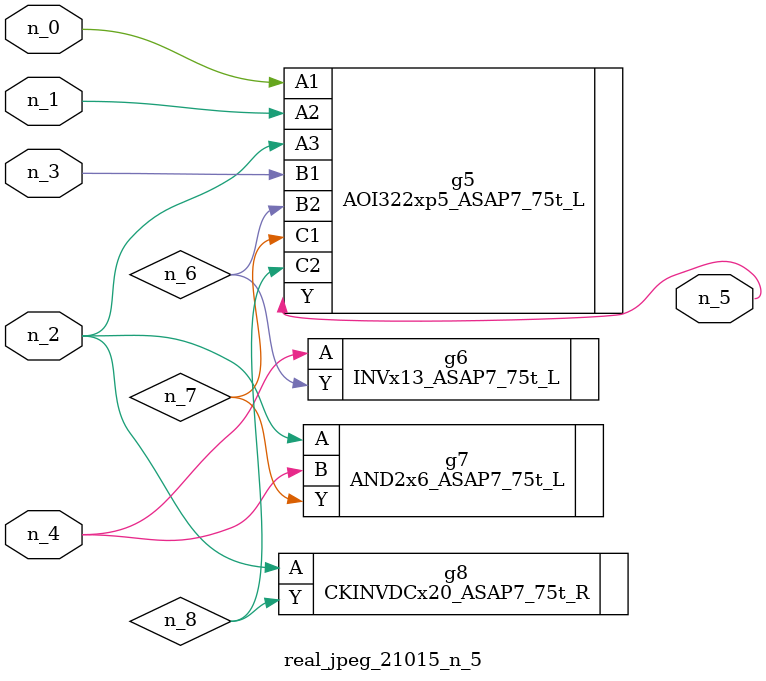
<source format=v>
module real_jpeg_21015_n_5 (n_4, n_0, n_1, n_2, n_3, n_5);

input n_4;
input n_0;
input n_1;
input n_2;
input n_3;

output n_5;

wire n_8;
wire n_6;
wire n_7;

AOI322xp5_ASAP7_75t_L g5 ( 
.A1(n_0),
.A2(n_1),
.A3(n_2),
.B1(n_3),
.B2(n_6),
.C1(n_7),
.C2(n_8),
.Y(n_5)
);

AND2x6_ASAP7_75t_L g7 ( 
.A(n_2),
.B(n_4),
.Y(n_7)
);

CKINVDCx20_ASAP7_75t_R g8 ( 
.A(n_2),
.Y(n_8)
);

INVx13_ASAP7_75t_L g6 ( 
.A(n_4),
.Y(n_6)
);


endmodule
</source>
